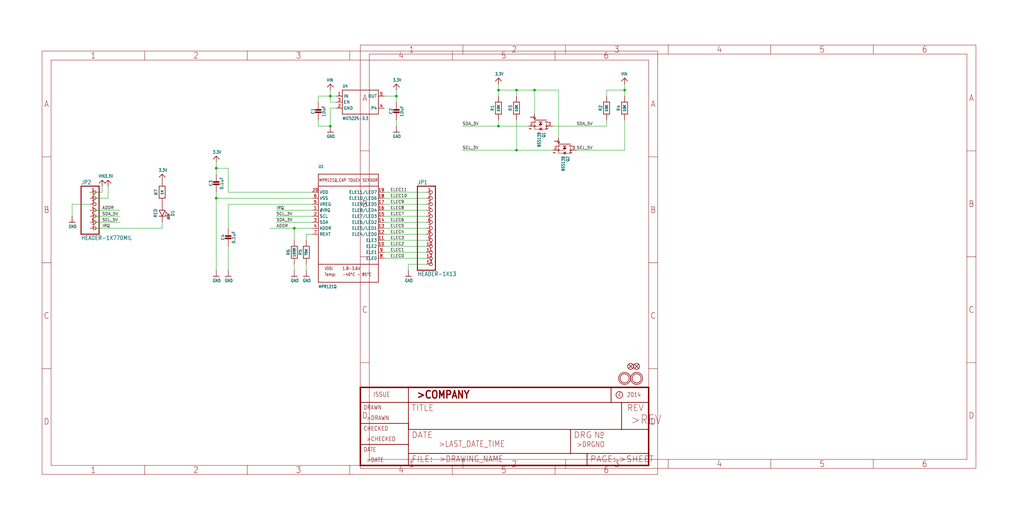
<source format=kicad_sch>
(kicad_sch (version 20211123) (generator eeschema)
  (paper "User" 433.07 220.421)
  (lib_symbols
    (symbol "eagleSchem-eagle-import:3.3V" (power)
      (property "Value" "3.3V" (at -1.524 1.016 0))
      (symbol "3.3V_1_0"
        (polyline (pts (xy -1.27 -1.27) (xy 0 0)) (stroke (width 0.254)))
        (polyline (pts (xy 0 0) (xy 1.27 -1.27)) (stroke (width 0.254)))
        (pin power_in line (at 0 -2.54 90) (length 2.54) (name "3.3V") (number "1"))
      )
    )
    (symbol "eagleSchem-eagle-import:CAP_CERAMIC0805-NOOUTLINE"
      (property "Reference" "C" (at -2.29 1.25 90))
      (property "Value" "CAP_CERAMIC0805-NOOUTLINE" (at 2.3 1.25 90))
      (symbol "CAP_CERAMIC0805-NOOUTLINE_1_0"
        (rectangle (start -1.27 0.508) (end 1.27 1.016) (fill (type outline)))
        (rectangle (start -1.27 1.524) (end 1.27 2.032) (fill (type outline)))
        (polyline (pts (xy 0 0.762) (xy 0 0)) (stroke (width 0.1524)))
        (polyline (pts (xy 0 2.54) (xy 0 1.778)) (stroke (width 0.1524)))
        (pin passive line (at 0 5.08 270) (length 2.54) (name "1") (number "1"))
        (pin passive line (at 0 -2.54 90) (length 2.54) (name "2") (number "2"))
      )
    )
    (symbol "eagleSchem-eagle-import:CAP_CERAMIC0805_10MGAP"
      (property "Reference" "C" (at -2.29 1.25 90))
      (property "Value" "CAP_CERAMIC0805_10MGAP" (at 2.3 1.25 90))
      (symbol "CAP_CERAMIC0805_10MGAP_1_0"
        (rectangle (start -1.27 0.508) (end 1.27 1.016) (fill (type outline)))
        (rectangle (start -1.27 1.524) (end 1.27 2.032) (fill (type outline)))
        (polyline (pts (xy 0 0.762) (xy 0 0)) (stroke (width 0.1524)))
        (polyline (pts (xy 0 2.54) (xy 0 1.778)) (stroke (width 0.1524)))
        (pin passive line (at 0 5.08 270) (length 2.54) (name "1") (number "1"))
        (pin passive line (at 0 -2.54 90) (length 2.54) (name "2") (number "2"))
      )
    )
    (symbol "eagleSchem-eagle-import:FIDUCIAL{dblquote}{dblquote}"
      (symbol "FIDUCIAL{dblquote}{dblquote}_1_0"
        (polyline (pts (xy -0.762 0.762) (xy 0.762 -0.762)) (stroke (width 0.254)))
        (polyline (pts (xy 0.762 0.762) (xy -0.762 -0.762)) (stroke (width 0.254)))
        (circle (center 0 0) (radius 1.27) (stroke (width 0.254)))
      )
    )
    (symbol "eagleSchem-eagle-import:FRAME_A4"
      (symbol "FRAME_A4_0_0"
        (polyline (pts (xy 0 44.7675) (xy 3.81 44.7675)))
        (polyline (pts (xy 0 89.535) (xy 3.81 89.535)))
        (polyline (pts (xy 0 134.3025) (xy 3.81 134.3025)))
        (polyline (pts (xy 3.81 3.81) (xy 3.81 175.26)))
        (polyline (pts (xy 43.3917 0) (xy 43.3917 3.81)))
        (polyline (pts (xy 43.3917 175.26) (xy 43.3917 179.07)))
        (polyline (pts (xy 86.7833 0) (xy 86.7833 3.81)))
        (polyline (pts (xy 86.7833 175.26) (xy 86.7833 179.07)))
        (polyline (pts (xy 130.175 0) (xy 130.175 3.81)))
        (polyline (pts (xy 130.175 175.26) (xy 130.175 179.07)))
        (polyline (pts (xy 173.5667 0) (xy 173.5667 3.81)))
        (polyline (pts (xy 173.5667 175.26) (xy 173.5667 179.07)))
        (polyline (pts (xy 216.9583 0) (xy 216.9583 3.81)))
        (polyline (pts (xy 216.9583 175.26) (xy 216.9583 179.07)))
        (polyline (pts (xy 256.54 3.81) (xy 3.81 3.81)))
        (polyline (pts (xy 256.54 3.81) (xy 256.54 175.26)))
        (polyline (pts (xy 256.54 44.7675) (xy 260.35 44.7675)))
        (polyline (pts (xy 256.54 89.535) (xy 260.35 89.535)))
        (polyline (pts (xy 256.54 134.3025) (xy 260.35 134.3025)))
        (polyline (pts (xy 256.54 175.26) (xy 3.81 175.26)))
        (polyline (pts (xy 0 0) (xy 260.35 0) (xy 260.35 179.07) (xy 0 179.07) (xy 0 0)))
        (text "1" (at 21.6958 1.905 0) (effects (font (size 2.54 2.286))))
        (text "1" (at 21.6958 177.165 0) (effects (font (size 2.54 2.286))))
        (text "2" (at 65.0875 1.905 0) (effects (font (size 2.54 2.286))))
        (text "2" (at 65.0875 177.165 0) (effects (font (size 2.54 2.286))))
        (text "3" (at 108.4792 1.905 0) (effects (font (size 2.54 2.286))))
        (text "3" (at 108.4792 177.165 0) (effects (font (size 2.54 2.286))))
        (text "4" (at 151.8708 1.905 0) (effects (font (size 2.54 2.286))))
        (text "4" (at 151.8708 177.165 0) (effects (font (size 2.54 2.286))))
        (text "5" (at 195.2625 1.905 0) (effects (font (size 2.54 2.286))))
        (text "5" (at 195.2625 177.165 0) (effects (font (size 2.54 2.286))))
        (text "6" (at 238.6542 1.905 0) (effects (font (size 2.54 2.286))))
        (text "6" (at 238.6542 177.165 0) (effects (font (size 2.54 2.286))))
        (text "A" (at 1.905 156.6863 0) (effects (font (size 2.54 2.286))))
        (text "A" (at 258.445 156.6863 0) (effects (font (size 2.54 2.286))))
        (text "B" (at 1.905 111.9188 0) (effects (font (size 2.54 2.286))))
        (text "B" (at 258.445 111.9188 0) (effects (font (size 2.54 2.286))))
        (text "C" (at 1.905 67.1513 0) (effects (font (size 2.54 2.286))))
        (text "C" (at 258.445 67.1513 0) (effects (font (size 2.54 2.286))))
        (text "D" (at 1.905 22.3838 0) (effects (font (size 2.54 2.286))))
        (text "D" (at 258.445 22.3838 0) (effects (font (size 2.54 2.286))))
      )
      (symbol "FRAME_A4_1_0"
        (polyline (pts (xy 256.54 3.81) (xy 256.54 8.89)) (stroke (width 0.1016)))
        (polyline (pts (xy 256.54 8.89) (xy 256.54 13.97)) (stroke (width 0.1016)))
        (polyline (pts (xy 256.54 13.97) (xy 256.54 19.05)) (stroke (width 0.1016)))
        (polyline (pts (xy 256.54 19.05) (xy 256.54 36.83)) (stroke (width 0.1016)))
      )
      (symbol "FRAME_A4_2_0"
        (polyline (pts (xy 0 1.27) (xy 20.32 1.27)) (stroke (width 0.6096)))
        (polyline (pts (xy 0 10.16) (xy 0 1.27)) (stroke (width 0.6096)))
        (polyline (pts (xy 0 10.16) (xy 20.32 10.16)) (stroke (width 0.3048)))
        (polyline (pts (xy 0 19.05) (xy 0 10.16)) (stroke (width 0.6096)))
        (polyline (pts (xy 0 19.05) (xy 20.32 19.05)) (stroke (width 0.3048)))
        (polyline (pts (xy 0 27.94) (xy 0 19.05)) (stroke (width 0.6096)))
        (polyline (pts (xy 0 27.94) (xy 20.32 27.94)) (stroke (width 0.3048)))
        (polyline (pts (xy 0 34.29) (xy 0 27.94)) (stroke (width 0.6096)))
        (polyline (pts (xy 20.32 1.27) (xy 20.32 6.35)) (stroke (width 0.3048)))
        (polyline (pts (xy 20.32 1.27) (xy 95.885 1.27)) (stroke (width 0.6096)))
        (polyline (pts (xy 20.32 6.35) (xy 20.32 10.16)) (stroke (width 0.3048)))
        (polyline (pts (xy 20.32 6.35) (xy 88.9 6.35)) (stroke (width 0.3048)))
        (polyline (pts (xy 20.32 10.16) (xy 20.32 19.05)) (stroke (width 0.3048)))
        (polyline (pts (xy 20.32 16.51) (xy 20.32 19.05)) (stroke (width 0.3048)))
        (polyline (pts (xy 20.32 19.05) (xy 20.32 27.94)) (stroke (width 0.3048)))
        (polyline (pts (xy 20.32 27.94) (xy 20.32 34.29)) (stroke (width 0.3048)))
        (polyline (pts (xy 20.32 27.94) (xy 65.0875 27.94)) (stroke (width 0.3048)))
        (polyline (pts (xy 20.32 34.29) (xy 0 34.29)) (stroke (width 0.6096)))
        (polyline (pts (xy 65.0875 27.94) (xy 106.045 27.94)) (stroke (width 0.3048)))
        (polyline (pts (xy 65.0875 34.29) (xy 20.32 34.29)) (stroke (width 0.6096)))
        (polyline (pts (xy 88.9 6.35) (xy 95.885 6.35)) (stroke (width 0.3048)))
        (polyline (pts (xy 88.9 16.51) (xy 20.32 16.51)) (stroke (width 0.3048)))
        (polyline (pts (xy 88.9 16.51) (xy 88.9 6.35)) (stroke (width 0.3048)))
        (polyline (pts (xy 95.885 1.27) (xy 121.92 1.27)) (stroke (width 0.6096)))
        (polyline (pts (xy 95.885 6.35) (xy 95.885 1.27)) (stroke (width 0.3048)))
        (polyline (pts (xy 95.885 6.35) (xy 121.92 6.35)) (stroke (width 0.3048)))
        (polyline (pts (xy 101.6 13.0175) (xy 102.5525 13.0175)) (stroke (width 0.254)))
        (polyline (pts (xy 106.045 27.94) (xy 106.045 34.29)) (stroke (width 0.3048)))
        (polyline (pts (xy 106.045 27.94) (xy 110.49 27.94)) (stroke (width 0.3048)))
        (polyline (pts (xy 106.045 34.29) (xy 65.0875 34.29)) (stroke (width 0.6096)))
        (polyline (pts (xy 110.49 16.51) (xy 88.9 16.51)) (stroke (width 0.3048)))
        (polyline (pts (xy 110.49 27.94) (xy 110.49 16.51)) (stroke (width 0.3048)))
        (polyline (pts (xy 110.49 27.94) (xy 113.03 27.94)) (stroke (width 0.3048)))
        (polyline (pts (xy 113.03 27.94) (xy 121.92 27.94)) (stroke (width 0.3048)))
        (polyline (pts (xy 113.03 34.29) (xy 106.045 34.29)) (stroke (width 0.6096)))
        (polyline (pts (xy 121.92 6.35) (xy 121.92 1.27)) (stroke (width 0.6096)))
        (polyline (pts (xy 121.92 16.51) (xy 110.49 16.51)) (stroke (width 0.3048)))
        (polyline (pts (xy 121.92 16.51) (xy 121.92 6.35)) (stroke (width 0.6096)))
        (polyline (pts (xy 121.92 27.94) (xy 121.92 16.51)) (stroke (width 0.6096)))
        (polyline (pts (xy 121.92 34.29) (xy 113.03 34.29)) (stroke (width 0.6096)))
        (polyline (pts (xy 121.92 34.29) (xy 121.92 27.94)) (stroke (width 0.6096)))
        (circle (center 109.5375 31.115) (radius 1.4199) (stroke (width 0.254)))
        (text "2014" (at 112.7125 30.1625 0) (effects (font (size 1.778 1.5113)) (justify left bottom)))
        (text ">CHECKED" (at 2.54 11.43 0) (effects (font (size 1.778 1.5113)) (justify left bottom)))
        (text ">COMPANY" (at 23.6538 29.3687 0) (effects (font (size 3.175 2.6987) (thickness 0.5397) bold) (justify left bottom)))
        (text ">DATE" (at 2.54 2.54 0) (effects (font (size 1.778 1.5113)) (justify left bottom)))
        (text ">DRAWING_NAME" (at 33.3375 2.54 0) (effects (font (size 2.54 2.159)) (justify left bottom)))
        (text ">DRAWN" (at 2.54 20.32 0) (effects (font (size 1.778 1.5113)) (justify left bottom)))
        (text ">DRGNO" (at 91.44 8.89 0) (effects (font (size 2.1844 1.8567)) (justify left bottom)))
        (text ">LAST_DATE_TIME" (at 33.02 8.89 0) (effects (font (size 2.54 2.159)) (justify left bottom)))
        (text ">REV" (at 114.3 18.415 0) (effects (font (size 3.81 3.2385)) (justify left bottom)))
        (text ">SHEET" (at 109.22 2.54 0) (effects (font (size 2.54 2.54)) (justify left bottom)))
        (text "C" (at 109.0612 30.48 0) (effects (font (size 1.27 1.0795)) (justify left bottom)))
        (text "CHECKED" (at 1.27 15.875 0) (effects (font (size 1.778 1.5113)) (justify left bottom)))
        (text "DATE" (at 1.27 6.985 0) (effects (font (size 1.778 1.5113)) (justify left bottom)))
        (text "DATE" (at 21.59 12.7 0) (effects (font (size 2.54 2.54)) (justify left bottom)))
        (text "DRAWN" (at 1.27 24.765 0) (effects (font (size 1.778 1.5113)) (justify left bottom)))
        (text "DRG" (at 90.17 12.7 0) (effects (font (size 2.54 2.54)) (justify left bottom)))
        (text "FILE:" (at 21.59 2.54 0) (effects (font (size 2.54 2.54)) (justify left bottom)))
        (text "ISSUE" (at 5.3975 30.1625 0) (effects (font (size 1.9304 1.6408)) (justify left bottom)))
        (text "N" (at 98.7425 12.7 0) (effects (font (size 2.54 2.54)) (justify left bottom)))
        (text "o" (at 101.2825 13.6525 0) (effects (font (size 2.1844 1.8567)) (justify left bottom)))
        (text "PAGE:" (at 97.155 2.54 0) (effects (font (size 2.54 2.54)) (justify left bottom)))
        (text "REV" (at 112.7125 24.13 0) (effects (font (size 2.54 2.54)) (justify left bottom)))
        (text "TITLE" (at 21.59 24.13 0) (effects (font (size 2.54 2.54)) (justify left bottom)))
      )
    )
    (symbol "eagleSchem-eagle-import:GND" (power)
      (property "Value" "GND" (at -1.524 -2.54 0))
      (symbol "GND_1_0"
        (polyline (pts (xy -1.27 0) (xy 1.27 0)) (stroke (width 0.254)))
        (pin power_in line (at 0 2.54 270) (length 2.54) (name "GND") (number "1"))
      )
    )
    (symbol "eagleSchem-eagle-import:HEADER-1X13"
      (property "Reference" "JP" (at -6.35 18.415 0))
      (property "Value" "HEADER-1X13" (at -6.35 -20.32 0))
      (symbol "HEADER-1X13_1_0"
        (polyline (pts (xy -6.35 -17.78) (xy 1.27 -17.78)) (stroke (width 0.4064)))
        (polyline (pts (xy -6.35 17.78) (xy -6.35 -17.78)) (stroke (width 0.4064)))
        (polyline (pts (xy 1.27 -17.78) (xy 1.27 17.78)) (stroke (width 0.4064)))
        (polyline (pts (xy 1.27 17.78) (xy -6.35 17.78)) (stroke (width 0.4064)))
        (pin passive inverted (at -2.54 15.24 0) (length 2.54) (name "1") (number "1"))
        (pin passive inverted (at -2.54 -7.62 0) (length 2.54) (name "10") (number "10"))
        (pin passive inverted (at -2.54 -10.16 0) (length 2.54) (name "11") (number "11"))
        (pin passive inverted (at -2.54 -12.7 0) (length 2.54) (name "12") (number "12"))
        (pin passive inverted (at -2.54 -15.24 0) (length 2.54) (name "13") (number "13"))
        (pin passive inverted (at -2.54 12.7 0) (length 2.54) (name "2") (number "2"))
        (pin passive inverted (at -2.54 10.16 0) (length 2.54) (name "3") (number "3"))
        (pin passive inverted (at -2.54 7.62 0) (length 2.54) (name "4") (number "4"))
        (pin passive inverted (at -2.54 5.08 0) (length 2.54) (name "5") (number "5"))
        (pin passive inverted (at -2.54 2.54 0) (length 2.54) (name "6") (number "6"))
        (pin passive inverted (at -2.54 0 0) (length 2.54) (name "7") (number "7"))
        (pin passive inverted (at -2.54 -2.54 0) (length 2.54) (name "8") (number "8"))
        (pin passive inverted (at -2.54 -5.08 0) (length 2.54) (name "9") (number "9"))
      )
    )
    (symbol "eagleSchem-eagle-import:HEADER-1X770MIL"
      (property "Reference" "JP" (at -6.35 10.795 0))
      (property "Value" "HEADER-1X770MIL" (at -6.35 -12.7 0))
      (symbol "HEADER-1X770MIL_1_0"
        (polyline (pts (xy -6.35 -10.16) (xy 1.27 -10.16)) (stroke (width 0.4064)))
        (polyline (pts (xy -6.35 10.16) (xy -6.35 -10.16)) (stroke (width 0.4064)))
        (polyline (pts (xy 1.27 -10.16) (xy 1.27 10.16)) (stroke (width 0.4064)))
        (polyline (pts (xy 1.27 10.16) (xy -6.35 10.16)) (stroke (width 0.4064)))
        (pin passive inverted (at -2.54 7.62 0) (length 2.54) (name "1") (number "1"))
        (pin passive inverted (at -2.54 5.08 0) (length 2.54) (name "2") (number "2"))
        (pin passive inverted (at -2.54 2.54 0) (length 2.54) (name "3") (number "3"))
        (pin passive inverted (at -2.54 0 0) (length 2.54) (name "4") (number "4"))
        (pin passive inverted (at -2.54 -2.54 0) (length 2.54) (name "5") (number "5"))
        (pin passive inverted (at -2.54 -5.08 0) (length 2.54) (name "6") (number "6"))
        (pin passive inverted (at -2.54 -7.62 0) (length 2.54) (name "7") (number "7"))
      )
    )
    (symbol "eagleSchem-eagle-import:LED0805_NOOUTLINE"
      (property "Reference" "D" (at -1.27 4.445 0))
      (property "Value" "LED0805_NOOUTLINE" (at -1.27 -2.794 0))
      (symbol "LED0805_NOOUTLINE_1_0"
        (polyline (pts (xy -2.54 -1.27) (xy 0 0)) (stroke (width 0.254)))
        (polyline (pts (xy -2.54 1.27) (xy -2.54 -1.27)) (stroke (width 0.254)))
        (polyline (pts (xy -1.905 1.27) (xy -0.635 2.54)) (stroke (width 0.254)))
        (polyline (pts (xy -0.9525 2.8575) (xy -0.3175 2.2225)) (stroke (width 0.254)))
        (polyline (pts (xy -0.635 1.27) (xy 0.635 2.54)) (stroke (width 0.254)))
        (polyline (pts (xy -0.3175 2.2225) (xy 0 3.175)) (stroke (width 0.254)))
        (polyline (pts (xy 0 0) (xy -2.54 1.27)) (stroke (width 0.254)))
        (polyline (pts (xy 0 0) (xy 0 -1.27)) (stroke (width 0.254)))
        (polyline (pts (xy 0 1.27) (xy 0 0)) (stroke (width 0.254)))
        (polyline (pts (xy 0 3.175) (xy -0.9525 2.8575)) (stroke (width 0.254)))
        (polyline (pts (xy 0.3175 2.8575) (xy 0.9525 2.2225)) (stroke (width 0.254)))
        (polyline (pts (xy 0.9525 2.2225) (xy 1.27 3.175)) (stroke (width 0.254)))
        (polyline (pts (xy 1.27 3.175) (xy 0.3175 2.8575)) (stroke (width 0.254)))
        (pin passive line (at -5.08 0 0) (length 2.54) (name "A") (number "A"))
        (pin passive line (at 2.54 0 180) (length 2.54) (name "C") (number "C"))
      )
    )
    (symbol "eagleSchem-eagle-import:MOSFET-NWIDE"
      (property "Reference" "Q" (at 5.08 0.635 0))
      (property "Value" "MOSFET-NWIDE" (at 5.08 -1.27 0))
      (symbol "MOSFET-NWIDE_1_0"
        (polyline (pts (xy 0 2.54) (xy 0 -2.54)) (stroke (width 0.254)))
        (polyline (pts (xy 0.762 -2.54) (xy 0.762 -3.175)) (stroke (width 0.254)))
        (polyline (pts (xy 0.762 -1.905) (xy 0.762 -2.54)) (stroke (width 0.254)))
        (polyline (pts (xy 0.762 0) (xy 0.762 -0.762)) (stroke (width 0.254)))
        (polyline (pts (xy 0.762 0) (xy 2.54 0)) (stroke (width 0.1524)))
        (polyline (pts (xy 0.762 0.762) (xy 0.762 0)) (stroke (width 0.254)))
        (polyline (pts (xy 0.762 2.54) (xy 0.762 1.905)) (stroke (width 0.254)))
        (polyline (pts (xy 0.762 2.54) (xy 3.81 2.54)) (stroke (width 0.1524)))
        (polyline (pts (xy 0.762 3.175) (xy 0.762 2.54)) (stroke (width 0.254)))
        (polyline (pts (xy 2.54 -2.54) (xy 0.762 -2.54)) (stroke (width 0.1524)))
        (polyline (pts (xy 2.54 -2.54) (xy 3.81 -2.54)) (stroke (width 0.1524)))
        (polyline (pts (xy 2.54 0) (xy 2.54 -2.54)) (stroke (width 0.1524)))
        (polyline (pts (xy 3.302 0.508) (xy 3.048 0.254)) (stroke (width 0.1524)))
        (polyline (pts (xy 3.81 0.508) (xy 3.302 0.508)) (stroke (width 0.1524)))
        (polyline (pts (xy 3.81 0.508) (xy 3.81 -2.54)) (stroke (width 0.1524)))
        (polyline (pts (xy 3.81 2.54) (xy 3.81 0.508)) (stroke (width 0.1524)))
        (polyline (pts (xy 4.318 0.508) (xy 3.81 0.508)) (stroke (width 0.1524)))
        (polyline (pts (xy 4.572 0.762) (xy 4.318 0.508)) (stroke (width 0.1524)))
        (polyline (pts (xy 1.016 0) (xy 2.032 0.762) (xy 2.032 -0.762)) (fill (type outline)))
        (polyline (pts (xy 3.81 0.508) (xy 3.302 -0.254) (xy 4.318 -0.254)) (fill (type outline)))
        (circle (center 2.54 -2.54) (radius 0.3592))
        (circle (center 2.54 2.54) (radius 0.3592))
        (text "D" (at 3.175 3.175 0) (effects (font (size 0.8128 0.6908)) (justify left bottom)))
        (text "G" (at -1.27 -1.905 0) (effects (font (size 0.8128 0.6908)) (justify left bottom)))
        (text "S" (at 3.175 -3.81 0) (effects (font (size 0.8128 0.6908)) (justify left bottom)))
        (pin bidirectional line (at -2.54 -2.54 0) (length 2.54) (name "G") (number "1"))
        (pin bidirectional line (at 2.54 -5.08 90) (length 2.54) (name "S") (number "2"))
        (pin bidirectional line (at 2.54 5.08 270) (length 2.54) (name "D") (number "3"))
      )
    )
    (symbol "eagleSchem-eagle-import:MOUNTINGHOLE2.5"
      (symbol "MOUNTINGHOLE2.5_1_0"
        (circle (center 0 0) (radius 1.905) (stroke (width 0.254)))
        (circle (center 0 0) (radius 2.54) (stroke (width 0.254)))
      )
    )
    (symbol "eagleSchem-eagle-import:MPR121Q"
      (property "Reference" "U" (at -12.7 22.86 0))
      (property "Value" "MPR121Q" (at -12.7 -27.94 0))
      (symbol "MPR121Q_1_0"
        (polyline (pts (xy -12.7 -25.4) (xy 12.7 -25.4)) (stroke (width 0.254)))
        (polyline (pts (xy -12.7 -17.78) (xy -12.7 -25.4)) (stroke (width 0.254)))
        (polyline (pts (xy -12.7 -17.78) (xy -12.7 15.24)) (stroke (width 0.254)))
        (polyline (pts (xy -12.7 15.24) (xy -12.7 20.32)) (stroke (width 0.254)))
        (polyline (pts (xy -12.7 15.24) (xy 12.7 15.24)) (stroke (width 0.254)))
        (polyline (pts (xy -12.7 20.32) (xy 12.7 20.32)) (stroke (width 0.254)))
        (polyline (pts (xy 12.7 -25.4) (xy 12.7 -17.78)) (stroke (width 0.254)))
        (polyline (pts (xy 12.7 -17.78) (xy -12.7 -17.78)) (stroke (width 0.254)))
        (polyline (pts (xy 12.7 15.24) (xy 12.7 -17.78)) (stroke (width 0.254)))
        (polyline (pts (xy 12.7 20.32) (xy 12.7 15.24)) (stroke (width 0.254)))
        (text "-40°C - 85°C" (at -2.54 -22.86 0) (effects (font (size 1.27 1.0795)) (justify left bottom)))
        (text "1.8-3.6V" (at -2.54 -20.32 0) (effects (font (size 1.27 1.0795)) (justify left bottom)))
        (text "MPR121Q_CAP TOUCH SENSOR" (at 0 17.78 0) (effects (font (size 1.27 1.0795))))
        (text "Temp:" (at -10.16 -22.86 0) (effects (font (size 1.27 1.0795)) (justify left bottom)))
        (text "VDD:" (at -10.16 -20.32 0) (effects (font (size 1.27 1.0795)) (justify left bottom)))
        (pin bidirectional line (at -15.24 5.08 0) (length 2.54) (name "#IRQ") (number "1"))
        (pin bidirectional line (at 15.24 -10.16 180) (length 2.54) (name "ELE2") (number "10"))
        (pin bidirectional line (at 15.24 -7.62 180) (length 2.54) (name "ELE3") (number "11"))
        (pin bidirectional line (at 15.24 -5.08 180) (length 2.54) (name "ELE4/LED0") (number "12"))
        (pin bidirectional line (at 15.24 -2.54 180) (length 2.54) (name "ELE5/LED1") (number "13"))
        (pin bidirectional line (at 15.24 0 180) (length 2.54) (name "ELE6/LED2") (number "14"))
        (pin bidirectional line (at 15.24 2.54 180) (length 2.54) (name "ELE7/LED3") (number "15"))
        (pin bidirectional line (at 15.24 5.08 180) (length 2.54) (name "ELE8/LED4") (number "16"))
        (pin bidirectional line (at 15.24 7.62 180) (length 2.54) (name "ELE9/LED5") (number "17"))
        (pin bidirectional line (at 15.24 10.16 180) (length 2.54) (name "ELE10/LED6") (number "18"))
        (pin bidirectional line (at 15.24 12.7 180) (length 2.54) (name "ELE11/LED7") (number "19"))
        (pin bidirectional line (at -15.24 2.54 0) (length 2.54) (name "SCL") (number "2"))
        (pin power_in line (at -15.24 12.7 0) (length 2.54) (name "VDD") (number "20"))
        (pin bidirectional line (at -15.24 0 0) (length 2.54) (name "SDA") (number "3"))
        (pin bidirectional line (at -15.24 -2.54 0) (length 2.54) (name "ADDR") (number "4"))
        (pin bidirectional line (at -15.24 7.62 0) (length 2.54) (name "VREG") (number "5"))
        (pin power_in line (at -15.24 10.16 0) (length 2.54) (name "VSS") (number "6"))
        (pin bidirectional line (at -15.24 -5.08 0) (length 2.54) (name "REXT") (number "7"))
        (pin bidirectional line (at 15.24 -15.24 180) (length 2.54) (name "ELE0") (number "8"))
        (pin bidirectional line (at 15.24 -12.7 180) (length 2.54) (name "ELE1") (number "9"))
      )
    )
    (symbol "eagleSchem-eagle-import:RESISTOR0805_NOOUTLINE"
      (property "Reference" "R" (at 0 2.54 0))
      (property "Value" "RESISTOR0805_NOOUTLINE" (at 0 0 0))
      (symbol "RESISTOR0805_NOOUTLINE_1_0"
        (polyline (pts (xy -2.54 -1.27) (xy -2.54 1.27)) (stroke (width 0.254)))
        (polyline (pts (xy -2.54 1.27) (xy 2.54 1.27)) (stroke (width 0.254)))
        (polyline (pts (xy 2.54 -1.27) (xy -2.54 -1.27)) (stroke (width 0.254)))
        (polyline (pts (xy 2.54 1.27) (xy 2.54 -1.27)) (stroke (width 0.254)))
        (pin passive line (at -5.08 0 0) (length 2.54) (name "1") (number "1"))
        (pin passive line (at 5.08 0 180) (length 2.54) (name "2") (number "2"))
      )
    )
    (symbol "eagleSchem-eagle-import:VIN" (power)
      (property "Value" "VIN" (at -1.524 1.016 0))
      (symbol "VIN_1_0"
        (polyline (pts (xy -1.27 -1.27) (xy 0 0)) (stroke (width 0.254)))
        (polyline (pts (xy 0 0) (xy 1.27 -1.27)) (stroke (width 0.254)))
        (pin power_in line (at 0 -2.54 90) (length 2.54) (name "VIN") (number "1"))
      )
    )
    (symbol "eagleSchem-eagle-import:VREG_SOT23-5"
      (property "Reference" "U" (at -7.62 6.096 0))
      (property "Value" "VREG_SOT23-5" (at -7.62 -7.62 0))
      (symbol "VREG_SOT23-5_1_0"
        (polyline (pts (xy -7.62 -5.08) (xy -7.62 5.08)) (stroke (width 0.254)))
        (polyline (pts (xy -7.62 5.08) (xy 7.62 5.08)) (stroke (width 0.254)))
        (polyline (pts (xy 7.62 -5.08) (xy -7.62 -5.08)) (stroke (width 0.254)))
        (polyline (pts (xy 7.62 5.08) (xy 7.62 -5.08)) (stroke (width 0.254)))
        (pin power_in line (at -10.16 2.54 0) (length 2.54) (name "IN") (number "1"))
        (pin power_in line (at -10.16 -2.54 0) (length 2.54) (name "GND") (number "2"))
        (pin input line (at -10.16 0 0) (length 2.54) (name "EN") (number "3"))
        (pin bidirectional line (at 10.16 -2.54 180) (length 2.54) (name "P4") (number "4"))
        (pin power_in line (at 10.16 2.54 180) (length 2.54) (name "OUT") (number "5"))
      )
    )
  )
  (junction (at 139.7 53.34))
  (junction (at 139.7 40.64))
  (junction (at 264.16 38.1))
  (junction (at 91.44 83.82))
  (junction (at 218.44 38.1))
  (junction (at 124.46 96.52))
  (junction (at 167.64 40.64))
  (junction (at 226.06 38.1))
  (junction (at 210.82 38.1))
  (junction (at 218.44 63.5))
  (junction (at 91.44 71.12))
  (junction (at 210.82 53.34))
  (wire (pts (xy 132.08 99.06) (xy 129.54 99.06)))
  (wire (pts (xy 162.56 93.98) (xy 180.34 93.98)))
  (wire (pts (xy 132.08 91.44) (xy 116.84 91.44)))
  (wire (pts (xy 30.48 86.36) (xy 30.48 91.44)))
  (wire (pts (xy 256.54 38.1) (xy 264.16 38.1)))
  (wire (pts (xy 223.52 53.34) (xy 210.82 53.34)))
  (wire (pts (xy 129.54 99.06) (xy 129.54 101.6)))
  (wire (pts (xy 226.06 38.1) (xy 236.22 38.1)))
  (wire (pts (xy 96.52 71.12) (xy 91.44 71.12)))
  (wire (pts (xy 45.72 83.82) (xy 45.72 78.74)))
  (wire (pts (xy 243.84 63.5) (xy 264.16 63.5)))
  (wire (pts (xy 91.44 73.66) (xy 91.44 71.12)))
  (wire (pts (xy 233.68 63.5) (xy 218.44 63.5)))
  (wire (pts (xy 167.64 40.64) (xy 167.64 43.18)))
  (wire (pts (xy 68.58 96.52) (xy 38.1 96.52)))
  (wire (pts (xy 256.54 53.34) (xy 256.54 50.8)))
  (wire (pts (xy 162.56 88.9) (xy 180.34 88.9)))
  (wire (pts (xy 132.08 81.28) (xy 96.52 81.28)))
  (wire (pts (xy 134.62 43.18) (xy 134.62 40.64)))
  (wire (pts (xy 132.08 93.98) (xy 116.84 93.98)))
  (wire (pts (xy 91.44 71.12) (xy 91.44 68.58)))
  (wire (pts (xy 132.08 88.9) (xy 116.84 88.9)))
  (wire (pts (xy 139.7 43.18) (xy 139.7 40.64)))
  (wire (pts (xy 218.44 40.64) (xy 218.44 38.1)))
  (wire (pts (xy 129.54 111.76) (xy 129.54 114.3)))
  (wire (pts (xy 124.46 96.52) (xy 124.46 101.6)))
  (wire (pts (xy 96.52 86.36) (xy 96.52 96.52)))
  (wire (pts (xy 38.1 81.28) (xy 43.18 81.28)))
  (wire (pts (xy 162.56 101.6) (xy 180.34 101.6)))
  (wire (pts (xy 162.56 81.28) (xy 180.34 81.28)))
  (wire (pts (xy 218.44 50.8) (xy 218.44 63.5)))
  (wire (pts (xy 256.54 40.64) (xy 256.54 38.1)))
  (wire (pts (xy 68.58 96.52) (xy 68.58 93.98)))
  (wire (pts (xy 132.08 86.36) (xy 96.52 86.36)))
  (wire (pts (xy 132.08 83.82) (xy 91.44 83.82)))
  (wire (pts (xy 210.82 40.64) (xy 210.82 38.1)))
  (wire (pts (xy 38.1 86.36) (xy 30.48 86.36)))
  (wire (pts (xy 91.44 83.82) (xy 91.44 114.3)))
  (wire (pts (xy 210.82 35.56) (xy 210.82 38.1)))
  (wire (pts (xy 38.1 93.98) (xy 50.8 93.98)))
  (wire (pts (xy 132.08 96.52) (xy 124.46 96.52)))
  (wire (pts (xy 264.16 63.5) (xy 264.16 50.8)))
  (wire (pts (xy 180.34 111.76) (xy 172.72 111.76)))
  (wire (pts (xy 162.56 99.06) (xy 180.34 99.06)))
  (wire (pts (xy 38.1 91.44) (xy 50.8 91.44)))
  (wire (pts (xy 91.44 81.28) (xy 91.44 83.82)))
  (wire (pts (xy 264.16 38.1) (xy 264.16 35.56)))
  (wire (pts (xy 218.44 38.1) (xy 226.06 38.1)))
  (wire (pts (xy 124.46 96.52) (xy 114.3 96.52)))
  (wire (pts (xy 210.82 53.34) (xy 195.58 53.34)))
  (wire (pts (xy 233.68 53.34) (xy 256.54 53.34)))
  (wire (pts (xy 142.24 40.64) (xy 139.7 40.64)))
  (wire (pts (xy 162.56 86.36) (xy 180.34 86.36)))
  (wire (pts (xy 167.64 50.8) (xy 167.64 53.34)))
  (wire (pts (xy 134.62 53.34) (xy 139.7 53.34)))
  (wire (pts (xy 172.72 111.76) (xy 172.72 114.3)))
  (wire (pts (xy 162.56 40.64) (xy 167.64 40.64)))
  (wire (pts (xy 162.56 91.44) (xy 180.34 91.44)))
  (wire (pts (xy 264.16 40.64) (xy 264.16 38.1)))
  (wire (pts (xy 38.1 83.82) (xy 45.72 83.82)))
  (wire (pts (xy 162.56 96.52) (xy 180.34 96.52)))
  (wire (pts (xy 124.46 111.76) (xy 124.46 114.3)))
  (wire (pts (xy 210.82 50.8) (xy 210.82 53.34)))
  (wire (pts (xy 96.52 104.14) (xy 96.52 114.3)))
  (wire (pts (xy 139.7 40.64) (xy 139.7 38.1)))
  (wire (pts (xy 134.62 40.64) (xy 139.7 40.64)))
  (wire (pts (xy 142.24 45.72) (xy 139.7 45.72)))
  (wire (pts (xy 139.7 45.72) (xy 139.7 53.34)))
  (wire (pts (xy 236.22 38.1) (xy 236.22 58.42)))
  (wire (pts (xy 226.06 38.1) (xy 226.06 48.26)))
  (wire (pts (xy 218.44 63.5) (xy 195.58 63.5)))
  (wire (pts (xy 142.24 43.18) (xy 139.7 43.18)))
  (wire (pts (xy 43.18 81.28) (xy 43.18 78.74)))
  (wire (pts (xy 210.82 38.1) (xy 218.44 38.1)))
  (wire (pts (xy 134.62 50.8) (xy 134.62 53.34)))
  (wire (pts (xy 162.56 104.14) (xy 180.34 104.14)))
  (wire (pts (xy 162.56 109.22) (xy 180.34 109.22)))
  (wire (pts (xy 96.52 81.28) (xy 96.52 71.12)))
  (wire (pts (xy 167.64 40.64) (xy 167.64 38.1)))
  (wire (pts (xy 162.56 83.82) (xy 180.34 83.82)))
  (wire (pts (xy 162.56 106.68) (xy 180.34 106.68)))
  (wire (pts (xy 38.1 88.9) (xy 50.8 88.9)))
  (label "ELEC8" (at 165.1 88.9 0) (effects (font (size 1.2446 1.2446))))
  (label "ELEC9" (at 165.1 86.36 0) (effects (font (size 1.2446 1.2446))))
  (label "ELEC6" (at 165.1 93.98 0) (effects (font (size 1.2446 1.2446))))
  (label "SDA_3V" (at 195.58 53.34 0) (effects (font (size 1.2446 1.2446))))
  (label "ADDR" (at 43.18 88.9 0) (effects (font (size 1.2446 1.2446))))
  (label "ELEC1" (at 165.1 106.68 0) (effects (font (size 1.2446 1.2446))))
  (label "ELEC5" (at 165.1 96.52 0) (effects (font (size 1.2446 1.2446))))
  (label "SCL_3V" (at 195.58 63.5 0) (effects (font (size 1.2446 1.2446))))
  (label "ELEC10" (at 165.1 83.82 0) (effects (font (size 1.2446 1.2446))))
  (label "ELEC11" (at 165.1 81.28 0) (effects (font (size 1.2446 1.2446))))
  (label "IRQ" (at 43.18 96.52 0) (effects (font (size 1.2446 1.2446))))
  (label "ELEC4" (at 165.1 99.06 0) (effects (font (size 1.2446 1.2446))))
  (label "ELEC7" (at 165.1 91.44 0) (effects (font (size 1.2446 1.2446))))
  (label "SDA_5V" (at 43.18 91.44 0) (effects (font (size 1.2446 1.2446))))
  (label "ELEC3" (at 165.1 101.6 0) (effects (font (size 1.2446 1.2446))))
  (label "ELEC0" (at 165.1 109.22 0) (effects (font (size 1.2446 1.2446))))
  (label "IRQ" (at 116.84 88.9 0) (effects (font (size 1.2446 1.2446))))
  (label "SCL_3V" (at 116.84 91.44 0) (effects (font (size 1.2446 1.2446))))
  (label "ELEC2" (at 165.1 104.14 0) (effects (font (size 1.2446 1.2446))))
  (label "SDA_5V" (at 243.84 53.34 0) (effects (font (size 1.2446 1.2446))))
  (label "SCL_5V" (at 243.84 63.5 0) (effects (font (size 1.2446 1.2446))))
  (label "SCL_5V" (at 43.18 93.98 0) (effects (font (size 1.2446 1.2446))))
  (label "ADDR" (at 116.84 96.52 0) (effects (font (size 1.2446 1.2446))))
  (label "SDA_3V" (at 116.84 93.98 0) (effects (font (size 1.2446 1.2446))))
  (symbol (lib_id "eagleSchem-eagle-import:3.3V") (at 91.44 66.04 0) (unit 1)
    (property "Reference" "#U$1" (effects hide))
    (property "Value" "3.3V" (at 89.916 65.024 0) (effects (font (size 1.27 1.0795)) (justify left bottom)))
    (property "Footprint" "eagleSchem:" (effects hide))
  )
  (symbol (lib_id "eagleSchem-eagle-import:RESISTOR0805_NOOUTLINE") (at 256.54 45.72 90) (unit 1)
    (property "Reference" "R2" (at 254 45.72 0))
    (property "Value" "10K" (at 256.54 45.72 0) (effects (font (size 1.016 1.016) bold)))
    (property "Footprint" "eagleSchem:0805-NO" (effects hide))
  )
  (symbol (lib_id "eagleSchem-eagle-import:GND") (at 96.52 116.84 0) (unit 1)
    (property "Reference" "#U$3" (effects hide))
    (property "Value" "GND" (at 94.996 119.38 0) (effects (font (size 1.27 1.0795)) (justify left bottom)))
    (property "Footprint" "eagleSchem:" (effects hide))
  )
  (symbol (lib_id "eagleSchem-eagle-import:MOUNTINGHOLE2.5") (at 264.16 160.02 0) (unit 1)
    (property "Reference" "U$11" (effects hide))
    (property "Value" "MOUNTINGHOLE2.5" (effects hide))
    (property "Footprint" "eagleSchem:MOUNTINGHOLE_2.5_PLATED" (effects hide))
  )
  (symbol (lib_id "eagleSchem-eagle-import:GND") (at 124.46 116.84 0) (unit 1)
    (property "Reference" "#U$5" (effects hide))
    (property "Value" "GND" (at 122.936 119.38 0) (effects (font (size 1.27 1.0795)) (justify left bottom)))
    (property "Footprint" "eagleSchem:" (effects hide))
  )
  (symbol (lib_id "eagleSchem-eagle-import:3.3V") (at 45.72 76.2 0) (unit 1)
    (property "Reference" "#U$7" (effects hide))
    (property "Value" "3.3V" (at 44.196 75.184 0) (effects (font (size 1.27 1.0795)) (justify left bottom)))
    (property "Footprint" "eagleSchem:" (effects hide))
  )
  (symbol (lib_id "eagleSchem-eagle-import:FIDUCIAL{dblquote}{dblquote}") (at 266.7 154.94 0) (unit 1)
    (property "Reference" "FID2" (effects hide))
    (property "Value" "FIDUCIAL{dblquote}{dblquote}" (effects hide))
    (property "Footprint" "eagleSchem:FIDUCIAL_1MM" (effects hide))
  )
  (symbol (lib_id "eagleSchem-eagle-import:3.3V") (at 210.82 33.02 0) (unit 1)
    (property "Reference" "#U$20" (effects hide))
    (property "Value" "3.3V" (at 209.296 32.004 0) (effects (font (size 1.27 1.0795)) (justify left bottom)))
    (property "Footprint" "eagleSchem:" (effects hide))
  )
  (symbol (lib_id "eagleSchem-eagle-import:RESISTOR0805_NOOUTLINE") (at 124.46 106.68 90) (unit 1)
    (property "Reference" "R6" (at 121.92 106.68 0))
    (property "Value" "100K" (at 124.46 106.68 0) (effects (font (size 1.016 1.016) bold)))
    (property "Footprint" "eagleSchem:0805-NO" (effects hide))
  )
  (symbol (lib_id "eagleSchem-eagle-import:HEADER-1X13") (at 182.88 96.52 0) (unit 1)
    (property "Reference" "JP1" (at 176.53 78.105 0) (effects (font (size 1.778 1.5113)) (justify left bottom)))
    (property "Value" "HEADER-1X13" (at 176.53 116.84 0) (effects (font (size 1.778 1.5113)) (justify left bottom)))
    (property "Footprint" "eagleSchem:1X13_ROUND_70" (effects hide))
  )
  (symbol (lib_id "eagleSchem-eagle-import:HEADER-1X770MIL") (at 40.64 88.9 0) (unit 1)
    (property "Reference" "JP2" (at 34.29 78.105 0) (effects (font (size 1.778 1.5113)) (justify left bottom)))
    (property "Value" "HEADER-1X770MIL" (at 34.29 101.6 0) (effects (font (size 1.778 1.5113)) (justify left bottom)))
    (property "Footprint" "eagleSchem:1X07_ROUND_70" (effects hide))
  )
  (symbol (lib_id "eagleSchem-eagle-import:FIDUCIAL{dblquote}{dblquote}") (at 269.24 154.94 0) (unit 1)
    (property "Reference" "FID1" (effects hide))
    (property "Value" "FIDUCIAL{dblquote}{dblquote}" (effects hide))
    (property "Footprint" "eagleSchem:FIDUCIAL_1MM" (effects hide))
  )
  (symbol (lib_id "eagleSchem-eagle-import:FRAME_A4") (at 17.78 200.66 0) (unit 1)
    (property "Reference" "#FRAME1" (effects hide))
    (property "Value" "FRAME_A4" (effects hide))
    (property "Footprint" "eagleSchem:" (effects hide))
  )
  (symbol (lib_id "eagleSchem-eagle-import:VIN") (at 43.18 76.2 0) (unit 1)
    (property "Reference" "#U$8" (effects hide))
    (property "Value" "VIN" (at 41.656 75.184 0) (effects (font (size 1.27 1.0795)) (justify left bottom)))
    (property "Footprint" "eagleSchem:" (effects hide))
  )
  (symbol (lib_id "eagleSchem-eagle-import:GND") (at 129.54 116.84 0) (unit 1)
    (property "Reference" "#U$4" (effects hide))
    (property "Value" "GND" (at 128.016 119.38 0) (effects (font (size 1.27 1.0795)) (justify left bottom)))
    (property "Footprint" "eagleSchem:" (effects hide))
  )
  (symbol (lib_id "eagleSchem-eagle-import:CAP_CERAMIC0805_10MGAP") (at 91.44 78.74 0) (unit 1)
    (property "Reference" "C3" (at 89.15 77.49 90))
    (property "Value" "0.1uF" (at 93.74 77.49 90))
    (property "Footprint" "eagleSchem:0805_10MGAP" (effects hide))
  )
  (symbol (lib_id "eagleSchem-eagle-import:RESISTOR0805_NOOUTLINE") (at 129.54 106.68 90) (unit 1)
    (property "Reference" "R5" (at 127 106.68 0))
    (property "Value" "75K" (at 129.54 106.68 0) (effects (font (size 1.016 1.016) bold)))
    (property "Footprint" "eagleSchem:0805-NO" (effects hide))
  )
  (symbol (lib_id "eagleSchem-eagle-import:MOSFET-NWIDE") (at 238.76 60.96 270) (unit 1)
    (property "Reference" "Q2" (at 239.395 66.04 0) (effects (font (size 1.27 1.0795)) (justify left bottom)))
    (property "Value" "BSS138" (at 237.49 66.04 0) (effects (font (size 1.27 1.0795)) (justify left bottom)))
    (property "Footprint" "eagleSchem:SOT23-WIDE" (effects hide))
  )
  (symbol (lib_id "eagleSchem-eagle-import:GND") (at 172.72 116.84 0) (unit 1)
    (property "Reference" "#U$6" (effects hide))
    (property "Value" "GND" (at 171.196 119.38 0) (effects (font (size 1.27 1.0795)) (justify left bottom)))
    (property "Footprint" "eagleSchem:" (effects hide))
  )
  (symbol (lib_id "eagleSchem-eagle-import:RESISTOR0805_NOOUTLINE") (at 264.16 45.72 90) (unit 1)
    (property "Reference" "R4" (at 261.62 45.72 0))
    (property "Value" "10K" (at 264.16 45.72 0) (effects (font (size 1.016 1.016) bold)))
    (property "Footprint" "eagleSchem:0805-NO" (effects hide))
  )
  (symbol (lib_id "eagleSchem-eagle-import:VIN") (at 264.16 33.02 0) (unit 1)
    (property "Reference" "#U$21" (effects hide))
    (property "Value" "VIN" (at 262.636 32.004 0) (effects (font (size 1.27 1.0795)) (justify left bottom)))
    (property "Footprint" "eagleSchem:" (effects hide))
  )
  (symbol (lib_id "eagleSchem-eagle-import:MOSFET-NWIDE") (at 228.6 50.8 270) (unit 1)
    (property "Reference" "Q1" (at 229.235 55.88 0) (effects (font (size 1.27 1.0795)) (justify left bottom)))
    (property "Value" "BSS138" (at 227.33 55.88 0) (effects (font (size 1.27 1.0795)) (justify left bottom)))
    (property "Footprint" "eagleSchem:SOT23-WIDE" (effects hide))
  )
  (symbol (lib_id "eagleSchem-eagle-import:FRAME_A4") (at 152.4 198.12 0) (unit 2)
    (property "Reference" "#FRAME1" (effects hide))
    (property "Value" "FRAME_A4" (effects hide))
    (property "Footprint" "eagleSchem:" (effects hide))
  )
  (symbol (lib_id "eagleSchem-eagle-import:CAP_CERAMIC0805-NOOUTLINE") (at 134.62 48.26 0) (unit 1)
    (property "Reference" "C1" (at 132.33 47.01 90))
    (property "Value" "10uF" (at 136.92 47.01 90))
    (property "Footprint" "eagleSchem:0805-NO" (effects hide))
  )
  (symbol (lib_id "eagleSchem-eagle-import:VIN") (at 139.7 35.56 0) (unit 1)
    (property "Reference" "#U$18" (effects hide))
    (property "Value" "VIN" (at 138.176 34.544 0) (effects (font (size 1.27 1.0795)) (justify left bottom)))
    (property "Footprint" "eagleSchem:" (effects hide))
  )
  (symbol (lib_id "eagleSchem-eagle-import:VREG_SOT23-5") (at 152.4 43.18 0) (unit 1)
    (property "Reference" "U4" (at 144.78 37.084 0) (effects (font (size 1.27 1.0795)) (justify left bottom)))
    (property "Value" "MIC5225-3.3" (at 144.78 50.8 0) (effects (font (size 1.27 1.0795)) (justify left bottom)))
    (property "Footprint" "eagleSchem:SOT23-5" (effects hide))
  )
  (symbol (lib_id "eagleSchem-eagle-import:GND") (at 167.64 55.88 0) (unit 1)
    (property "Reference" "#U$17" (effects hide))
    (property "Value" "GND" (at 166.116 58.42 0) (effects (font (size 1.27 1.0795)) (justify left bottom)))
    (property "Footprint" "eagleSchem:" (effects hide))
  )
  (symbol (lib_id "eagleSchem-eagle-import:CAP_CERAMIC0805-NOOUTLINE") (at 167.64 48.26 0) (unit 1)
    (property "Reference" "C2" (at 165.35 47.01 90))
    (property "Value" "10uF" (at 169.94 47.01 90))
    (property "Footprint" "eagleSchem:0805-NO" (effects hide))
  )
  (symbol (lib_id "eagleSchem-eagle-import:MPR121Q") (at 147.32 93.98 0) (unit 1)
    (property "Reference" "U1" (at 134.62 71.12 0) (effects (font (size 1.27 1.0795)) (justify left bottom)))
    (property "Value" "MPR121Q" (at 134.62 121.92 0) (effects (font (size 1.27 1.0795)) (justify left bottom)))
    (property "Footprint" "eagleSchem:QFN20_3MM_NOTHERMAL" (effects hide))
  )
  (symbol (lib_id "eagleSchem-eagle-import:MOUNTINGHOLE2.5") (at 269.24 160.02 0) (unit 1)
    (property "Reference" "U$10" (effects hide))
    (property "Value" "MOUNTINGHOLE2.5" (effects hide))
    (property "Footprint" "eagleSchem:MOUNTINGHOLE_2.5_PLATED" (effects hide))
  )
  (symbol (lib_id "eagleSchem-eagle-import:CAP_CERAMIC0805-NOOUTLINE") (at 96.52 101.6 0) (unit 1)
    (property "Reference" "C4" (at 94.23 100.35 90))
    (property "Value" "0.1uF" (at 98.82 100.35 90))
    (property "Footprint" "eagleSchem:0805-NO" (effects hide))
  )
  (symbol (lib_id "eagleSchem-eagle-import:RESISTOR0805_NOOUTLINE") (at 68.58 81.28 90) (unit 1)
    (property "Reference" "R7" (at 66.04 81.28 0))
    (property "Value" "1K" (at 68.58 81.28 0) (effects (font (size 1.016 1.016) bold)))
    (property "Footprint" "eagleSchem:0805-NO" (effects hide))
  )
  (symbol (lib_id "eagleSchem-eagle-import:3.3V") (at 167.64 35.56 0) (unit 1)
    (property "Reference" "#U$16" (effects hide))
    (property "Value" "3.3V" (at 166.116 34.544 0) (effects (font (size 1.27 1.0795)) (justify left bottom)))
    (property "Footprint" "eagleSchem:" (effects hide))
  )
  (symbol (lib_id "eagleSchem-eagle-import:RESISTOR0805_NOOUTLINE") (at 218.44 45.72 90) (unit 1)
    (property "Reference" "R3" (at 215.9 45.72 0))
    (property "Value" "10K" (at 218.44 45.72 0) (effects (font (size 1.016 1.016) bold)))
    (property "Footprint" "eagleSchem:0805-NO" (effects hide))
  )
  (symbol (lib_id "eagleSchem-eagle-import:GND") (at 139.7 55.88 0) (unit 1)
    (property "Reference" "#U$19" (effects hide))
    (property "Value" "GND" (at 138.176 58.42 0) (effects (font (size 1.27 1.0795)) (justify left bottom)))
    (property "Footprint" "eagleSchem:" (effects hide))
  )
  (symbol (lib_id "eagleSchem-eagle-import:RESISTOR0805_NOOUTLINE") (at 210.82 45.72 90) (unit 1)
    (property "Reference" "R1" (at 208.28 45.72 0))
    (property "Value" "10K" (at 210.82 45.72 0) (effects (font (size 1.016 1.016) bold)))
    (property "Footprint" "eagleSchem:0805-NO" (effects hide))
  )
  (symbol (lib_id "eagleSchem-eagle-import:3.3V") (at 68.58 73.66 0) (unit 1)
    (property "Reference" "#U$12" (effects hide))
    (property "Value" "3.3V" (at 67.056 72.644 0) (effects (font (size 1.27 1.0795)) (justify left bottom)))
    (property "Footprint" "eagleSchem:" (effects hide))
  )
  (symbol (lib_id "eagleSchem-eagle-import:GND") (at 30.48 93.98 0) (unit 1)
    (property "Reference" "#U$9" (effects hide))
    (property "Value" "GND" (at 28.956 96.52 0) (effects (font (size 1.27 1.0795)) (justify left bottom)))
    (property "Footprint" "eagleSchem:" (effects hide))
  )
  (symbol (lib_id "eagleSchem-eagle-import:GND") (at 91.44 116.84 0) (unit 1)
    (property "Reference" "#U$2" (effects hide))
    (property "Value" "GND" (at 89.916 119.38 0) (effects (font (size 1.27 1.0795)) (justify left bottom)))
    (property "Footprint" "eagleSchem:" (effects hide))
  )
  (symbol (lib_id "eagleSchem-eagle-import:LED0805_NOOUTLINE") (at 68.58 91.44 270) (unit 1)
    (property "Reference" "D1" (at 73.025 90.17 0))
    (property "Value" "RED" (at 65.786 90.17 0))
    (property "Footprint" "eagleSchem:CHIPLED_0805_NOOUTLINE" (effects hide))
  )
)
</source>
